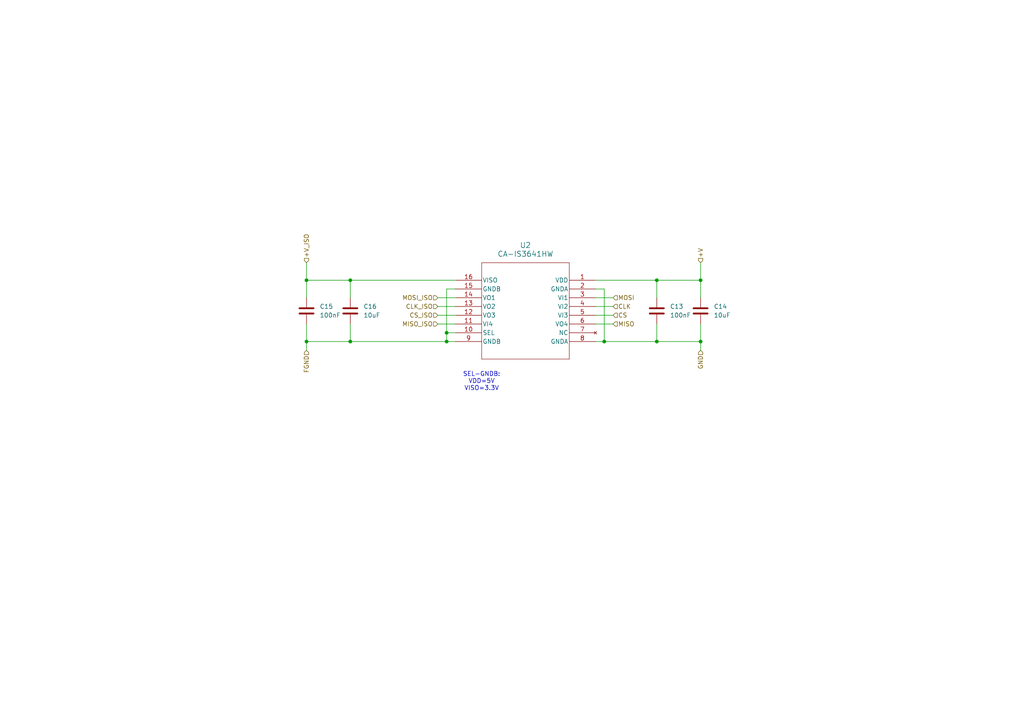
<source format=kicad_sch>
(kicad_sch (version 20231120) (generator "eeschema") (generator_version "8.0")
  (paper "A4")
  (lib_symbols
    (symbol "kicad_inventree_lib:CA-IS3641HW" (pin_names (offset 0.254))
      (property "Reference" "U" (at 20.32 10.16 0))
      (property "Value" "CA-IS3641HW" (at 20.32 7.62 0))
      (symbol "CA-IS3641HW_0_1"
        (polyline (pts (xy 7.62 -22.86) (xy 33.02 -22.86)) (stroke (width 0.127)))
        (polyline (pts (xy 7.62 5.08) (xy 7.62 -22.86)) (stroke (width 0.127)))
        (polyline (pts (xy 33.02 -22.86) (xy 33.02 5.08)) (stroke (width 0.127)))
        (polyline (pts (xy 33.02 5.08) (xy 7.62 5.08)) (stroke (width 0.127)))
        (pin power_in line (at 0 0 0) (length 7.62) (name "VDD") (number "1"))
        (pin input line (at 40.64 -15.24 180) (length 7.62) (name "SEL") (number "10"))
        (pin input line (at 40.64 -12.7 180) (length 7.62) (name "VI4") (number "11"))
        (pin output line (at 40.64 -7.62 180) (length 7.62) (name "VO2") (number "13"))
        (pin output line (at 40.64 -5.08 180) (length 7.62) (name "VO1") (number "14"))
        (pin power_out line (at 40.64 -2.54 180) (length 7.62) (name "GNDB") (number "15"))
        (pin unspecified line (at 40.64 0 180) (length 7.62) (name "VISO") (number "16"))
        (pin power_out line (at 0 -2.54 0) (length 7.62) (name "GNDA") (number "2"))
        (pin input line (at 0 -5.08 0) (length 7.62) (name "VI1") (number "3"))
        (pin input line (at 0 -7.62 0) (length 7.62) (name "VI2") (number "4"))
        (pin output line (at 0 -12.7 0) (length 7.62) (name "VO4") (number "6"))
        (pin no_connect line (at 0 -15.24 0) (length 7.62) (name "NC") (number "7"))
        (pin power_out line (at 0 -17.78 0) (length 7.62) (name "GNDA") (number "8"))
        (pin power_out line (at 40.64 -17.78 180) (length 7.62) (name "GNDB") (number "9"))
      )
      (symbol "CA-IS3641HW_1_1"
        (pin input line (at 40.64 -10.16 180) (length 7.62) (name "VO3") (number "12"))
        (pin output line (at 0 -10.16 0) (length 7.62) (name "VI3") (number "5"))
      )
    )
    (symbol "kicad_inventree_lib:C_100nF_50V_1206" (pin_numbers hide) (pin_names (offset 0.254))
      (property "Reference" "C" (at 0.635 2.54 0))
      (property "Value" "100nF" (at 0.635 -2.54 0))
      (symbol "C_100nF_50V_1206_0_1"
        (polyline (pts (xy -2.032 -0.762) (xy 2.032 -0.762)) (stroke (width 0.508)))
        (polyline (pts (xy -2.032 0.762) (xy 2.032 0.762)) (stroke (width 0.508)))
      )
      (symbol "C_100nF_50V_1206_1_1"
        (pin passive line (at 0 3.81 270) (length 2.794) (name "~") (number "1"))
        (pin passive line (at 0 -3.81 90) (length 2.794) (name "~") (number "2"))
      )
    )
    (symbol "kicad_inventree_lib:C_10uF_50V_1206" (pin_numbers hide) (pin_names (offset 0.254))
      (property "Reference" "C" (at 0.635 2.54 0))
      (property "Value" "10uF" (at 0.635 -2.54 0))
      (symbol "C_10uF_50V_1206_0_1"
        (polyline (pts (xy -2.032 -0.762) (xy 2.032 -0.762)) (stroke (width 0.508)))
        (polyline (pts (xy -2.032 0.762) (xy 2.032 0.762)) (stroke (width 0.508)))
      )
      (symbol "C_10uF_50V_1206_1_1"
        (pin passive line (at 0 3.81 270) (length 2.794) (name "~") (number "1"))
        (pin passive line (at 0 -3.81 90) (length 2.794) (name "~") (number "2"))
      )
    )
  )
  (junction (at 88.9 99.06))
  (junction (at 175.26 99.06))
  (junction (at 101.6 99.06))
  (junction (at 203.2 81.28))
  (junction (at 88.9 81.28))
  (junction (at 203.2 99.06))
  (junction (at 101.6 81.28))
  (junction (at 190.5 99.06))
  (junction (at 129.54 99.06))
  (junction (at 129.54 96.52))
  (junction (at 190.5 81.28))
  (wire (pts (xy 190.5 86.36) (xy 190.5 81.28)))
  (wire (pts (xy 203.2 76.2) (xy 203.2 81.28)))
  (wire (pts (xy 132.08 99.06) (xy 129.54 99.06)))
  (wire (pts (xy 101.6 99.06) (xy 129.54 99.06)))
  (wire (pts (xy 172.72 91.44) (xy 177.8 91.44)))
  (wire (pts (xy 101.6 86.36) (xy 101.6 81.28)))
  (wire (pts (xy 203.2 99.06) (xy 203.2 101.6)))
  (wire (pts (xy 127 88.9) (xy 132.08 88.9)))
  (wire (pts (xy 172.72 88.9) (xy 177.8 88.9)))
  (wire (pts (xy 101.6 81.28) (xy 88.9 81.28)))
  (wire (pts (xy 172.72 86.36) (xy 177.8 86.36)))
  (wire (pts (xy 203.2 86.36) (xy 203.2 81.28)))
  (wire (pts (xy 172.72 81.28) (xy 190.5 81.28)))
  (wire (pts (xy 203.2 81.28) (xy 190.5 81.28)))
  (wire (pts (xy 129.54 96.52) (xy 132.08 96.52)))
  (wire (pts (xy 101.6 81.28) (xy 132.08 81.28)))
  (wire (pts (xy 88.9 99.06) (xy 101.6 99.06)))
  (wire (pts (xy 127 91.44) (xy 132.08 91.44)))
  (wire (pts (xy 88.9 99.06) (xy 88.9 101.6)))
  (wire (pts (xy 88.9 86.36) (xy 88.9 81.28)))
  (wire (pts (xy 172.72 83.82) (xy 175.26 83.82)))
  (wire (pts (xy 129.54 96.52) (xy 129.54 99.06)))
  (wire (pts (xy 172.72 93.98) (xy 177.8 93.98)))
  (wire (pts (xy 190.5 99.06) (xy 203.2 99.06)))
  (wire (pts (xy 127 93.98) (xy 132.08 93.98)))
  (wire (pts (xy 88.9 76.2) (xy 88.9 81.28)))
  (wire (pts (xy 175.26 99.06) (xy 190.5 99.06)))
  (wire (pts (xy 172.72 99.06) (xy 175.26 99.06)))
  (wire (pts (xy 88.9 93.98) (xy 88.9 99.06)))
  (wire (pts (xy 127 86.36) (xy 132.08 86.36)))
  (wire (pts (xy 190.5 93.98) (xy 190.5 99.06)))
  (wire (pts (xy 175.26 83.82) (xy 175.26 99.06)))
  (wire (pts (xy 132.08 83.82) (xy 129.54 83.82)))
  (wire (pts (xy 129.54 83.82) (xy 129.54 96.52)))
  (wire (pts (xy 203.2 93.98) (xy 203.2 99.06)))
  (wire (pts (xy 101.6 93.98) (xy 101.6 99.06)))
  (text_box "SEL-GNDB:\nVDD=5V\nVISO=3.3V\n" (at 132.08 106.68 0) (size 15.24 7.62) (stroke (width -0.0001)) (effects (font (size 1.27 1.27)) (justify top)))
  (hierarchical_label "MOSI" (shape input) (at 177.8 86.36 0))
  (hierarchical_label "MISO_ISO" (shape input) (at 127 93.98 180))
  (hierarchical_label "+V" (shape input) (at 203.2 76.2 90))
  (hierarchical_label "+V_ISO" (shape input) (at 88.9 76.2 90))
  (hierarchical_label "CS" (shape input) (at 177.8 91.44 0))
  (hierarchical_label "FGND" (shape input) (at 88.9 101.6 270))
  (hierarchical_label "GND" (shape input) (at 203.2 101.6 270))
  (hierarchical_label "CLK_ISO" (shape input) (at 127 88.9 180))
  (hierarchical_label "MOSI_ISO" (shape input) (at 127 86.36 180))
  (hierarchical_label "CLK" (shape input) (at 177.8 88.9 0))
  (hierarchical_label "CS_ISO" (shape input) (at 127 91.44 180))
  (hierarchical_label "MISO" (shape input) (at 177.8 93.98 0))
  (symbol (lib_id "kicad_inventree_lib:C_10uF_50V_1206") (at 203.2 90.17 0) (unit 1)
    (property "Reference" "C14" (at 207.01 88.8999 0) (effects (justify left)))
    (property "Value" "10uF" (at 207.01 91.4399 0) (effects (justify left)))
    (property "Footprint" "Capacitor_SMD:C_1206_3216Metric_Pad1.33x1.80mm_HandSolder" (effects (hide yes)))
    (property "Datasheet" "http://inventree.network/part/116/" (effects (hide yes)))
    (property "Description" "Unpolarized capacitor" (effects (hide yes)))
    (property "part_ipn" "C_10uF_50V_1206" (effects (hide yes)))
  )
  (symbol (lib_id "kicad_inventree_lib:C_10uF_50V_1206") (at 101.6 90.17 0) (unit 1)
    (property "Reference" "C16" (at 105.41 88.8999 0) (effects (justify left)))
    (property "Value" "10uF" (at 105.41 91.4399 0) (effects (justify left)))
    (property "Footprint" "Capacitor_SMD:C_1206_3216Metric_Pad1.33x1.80mm_HandSolder" (effects (hide yes)))
    (property "Datasheet" "http://inventree.network/part/116/" (effects (hide yes)))
    (property "Description" "Unpolarized capacitor" (effects (hide yes)))
    (property "part_ipn" "C_10uF_50V_1206" (effects (hide yes)))
  )
  (symbol (lib_id "kicad_inventree_lib:C_100nF_50V_1206") (at 190.5 90.17 0) (unit 1)
    (property "Reference" "C13" (at 194.31 88.8999 0) (effects (justify left)))
    (property "Value" "100nF" (at 194.31 91.4399 0) (effects (justify left)))
    (property "Footprint" "Capacitor_SMD:C_1206_3216Metric_Pad1.33x1.80mm_HandSolder" (effects (hide yes)))
    (property "Datasheet" "http://inventree.network/part/44/" (effects (hide yes)))
    (property "Description" "Unpolarized capacitor" (effects (hide yes)))
    (property "part_ipn" "C_100nF_50V_1206" (effects (hide yes)))
  )
  (symbol (lib_id "kicad_inventree_lib:C_100nF_50V_1206") (at 88.9 90.17 0) (unit 1)
    (property "Reference" "C15" (at 92.71 88.8999 0) (effects (justify left)))
    (property "Value" "100nF" (at 92.71 91.4399 0) (effects (justify left)))
    (property "Footprint" "Capacitor_SMD:C_1206_3216Metric_Pad1.33x1.80mm_HandSolder" (effects (hide yes)))
    (property "Datasheet" "http://inventree.network/part/44/" (effects (hide yes)))
    (property "Description" "Unpolarized capacitor" (effects (hide yes)))
    (property "part_ipn" "C_100nF_50V_1206" (effects (hide yes)))
  )
  (symbol (lib_id "kicad_inventree_lib:CA-IS3641HW") (at 172.72 81.28 0) (mirror y) (unit 1)
    (property "Reference" "U2" (at 152.4 71.12 0) (effects (font (size 1.524 1.524))))
    (property "Value" "CA-IS3641HW" (at 152.4 73.66 0) (effects (font (size 1.524 1.524))))
    (property "Footprint" "kicad_inventree_lib:SOIC16-WBW_CLG-M" (effects (hide yes)))
    (property "Datasheet" "http://inventree.network/part/115/" (effects (hide yes)))
    (property "part_ipn" "http://inventree.network/part/115/" (effects (hide yes)))
  )
)
</source>
